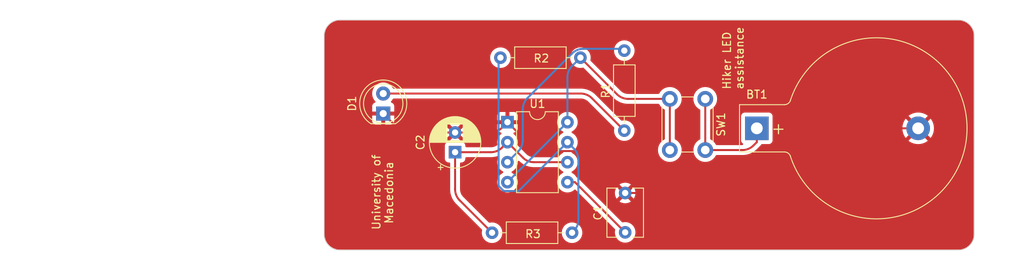
<source format=kicad_pcb>
(kicad_pcb (version 20221018) (generator pcbnew)
  (layers (0 "F.Cu" signal) (31 "B.Cu" signal) (34 "B.Paste" user) (35 "F.Paste" user) (36 "B.SilkS" user "B.Silkscreen") (37 "F.SilkS" user "F.Silkscreen") (38 "B.Mask" user) (39 "F.Mask" user) (44 "Edge.Cuts" user))
  (net 0 "")
  (net 1 "Net-(BT1-+)")
  (net 2 "GND")
  (net 3 "Net-(U1-CV)")
  (net 4 "/THRESHOLD")
  (net 5 "Net-(D1-A)")
  (net 6 "Net-(U1-Q)")
  (net 7 "/DISCHARGE")
  (net 8 "VCC")
  (footprint "Button_Switch_THT:SW_PUSH_6mm_H5mm" (layer "F.Cu") (at 209.687622 87.488454 -90)
    (fp_text reference "SW1" (at 3.25 -2 -270) (layer "F.SilkS"))
    (fp_text value "SW_Push")
    (fp_line (start -0.25 1.5) (end -0.25 3) (stroke (width 0.12)) (layer "F.SilkS"))
    (fp_line (start 1 5.5) (end 5.5 5.5) (stroke (width 0.12)) (layer "F.SilkS"))
    (fp_line (start 5.5 -1) (end 1 -1) (stroke (width 0.12)) (layer "F.SilkS"))
    (fp_line (start 6.75 3) (end 6.75 1.5) (stroke (width 0.12)) (layer "F.SilkS"))
    (pad "1" thru_hole circle (at 0 0) (size 2 2) (drill 1.1) (layers "*.Cu" "*.Mask") (net 1 "Net-(BT1-+)"))
    (pad "1" thru_hole circle (at 6.5 0) (size 2 2) (drill 1.1) (layers "*.Cu" "*.Mask") (net 1 "Net-(BT1-+)"))
    (pad "2" thru_hole circle (at 0 4.5) (size 2 2) (drill 1.1) (layers "*.Cu" "*.Mask") (net 8 "VCC"))
    (pad "2" thru_hole circle (at 6.5 4.5) (size 2 2) (drill 1.1) (layers "*.Cu" "*.Mask") (net 8 "VCC"))
  )
  (footprint "Capacitor_THT:CP_Radial_D6.3mm_P2.50mm" (layer "F.Cu") (at 177.917048 94.259232 90)
    (fp_text reference "C2" (at 1.25 -4.4 90) (layer "F.SilkS"))
    (fp_text value "C_Polarized")
    (fp_line (start -2.250241 -1.839) (end -1.620241 -1.839) (stroke (width 0.12)) (layer "F.SilkS"))
    (fp_line (start -1.935241 -2.154) (end -1.935241 -1.524) (stroke (width 0.12)) (layer "F.SilkS"))
    (fp_line (start 1.25 -3.23) (end 1.25 3.23) (stroke (width 0.12)) (layer "F.SilkS"))
    (fp_line (start 1.29 -3.23) (end 1.29 3.23) (stroke (width 0.12)) (layer "F.SilkS"))
    (fp_line (start 1.33 -3.23) (end 1.33 3.23) (stroke (width 0.12)) (layer "F.SilkS"))
    (fp_line (start 1.37 -3.228) (end 1.37 3.228) (stroke (width 0.12)) (layer "F.SilkS"))
    (fp_line (start 1.41 -3.227) (end 1.41 3.227) (stroke (width 0.12)) (layer "F.SilkS"))
    (fp_line (start 1.45 -3.224) (end 1.45 3.224) (stroke (width 0.12)) (layer "F.SilkS"))
    (fp_line (start 1.49 -3.222) (end 1.49 -1.04) (stroke (width 0.12)) (layer "F.SilkS"))
    (fp_line (start 1.49 1.04) (end 1.49 3.222) (stroke (width 0.12)) (layer "F.SilkS"))
    (fp_line (start 1.53 -3.218) (end 1.53 -1.04) (stroke (width 0.12)) (layer "F.SilkS"))
    (fp_line (start 1.53 1.04) (end 1.53 3.218) (stroke (width 0.12)) (layer "F.SilkS"))
    (fp_line (start 1.57 -3.215) (end 1.57 -1.04) (stroke (width 0.12)) (layer "F.SilkS"))
    (fp_line (start 1.57 1.04) (end 1.57 3.215) (stroke (width 0.12)) (layer "F.SilkS"))
    (fp_line (start 1.61 -3.211) (end 1.61 -1.04) (stroke (width 0.12)) (layer "F.SilkS"))
    (fp_line (start 1.61 1.04) (end 1.61 3.211) (stroke (width 0.12)) (layer "F.SilkS"))
    (fp_line (start 1.65 -3.206) (end 1.65 -1.04) (stroke (width 0.12)) (layer "F.SilkS"))
    (fp_line (start 1.65 1.04) (end 1.65 3.206) (stroke (width 0.12)) (layer "F.SilkS"))
    (fp_line (start 1.69 -3.201) (end 1.69 -1.04) (stroke (width 0.12)) (layer "F.SilkS"))
    (fp_line (start 1.69 1.04) (end 1.69 3.201) (stroke (width 0.12)) (layer "F.SilkS"))
    (fp_line (start 1.73 -3.195) (end 1.73 -1.04) (stroke (width 0.12)) (layer "F.SilkS"))
    (fp_line (start 1.73 1.04) (end 1.73 3.195) (stroke (width 0.12)) (layer "F.SilkS"))
    (fp_line (start 1.77 -3.189) (end 1.77 -1.04) (stroke (width 0.12)) (layer "F.SilkS"))
    (fp_line (start 1.77 1.04) (end 1.77 3.189) (stroke (width 0.12)) (layer "F.SilkS"))
    (fp_line (start 1.81 -3.182) (end 1.81 -1.04) (stroke (width 0.12)) (layer "F.SilkS"))
    (fp_line (start 1.81 1.04) (end 1.81 3.182) (stroke (width 0.12)) (layer "F.SilkS"))
    (fp_line (start 1.85 -3.175) (end 1.85 -1.04) (stroke (width 0.12)) (layer "F.SilkS"))
    (fp_line (start 1.85 1.04) (end 1.85 3.175) (stroke (width 0.12)) (layer "F.SilkS"))
    (fp_line (start 1.89 -3.167) (end 1.89 -1.04) (stroke (width 0.12)) (layer "F.SilkS"))
    (fp_line (start 1.89 1.04) (end 1.89 3.167) (stroke (width 0.12)) (layer "F.SilkS"))
    (fp_line (start 1.93 -3.159) (end 1.93 -1.04) (stroke (width 0.12)) (layer "F.SilkS"))
    (fp_line (start 1.93 1.04) (end 1.93 3.159) (stroke (width 0.12)) (layer "F.SilkS"))
    (fp_line (start 1.971 -3.15) (end 1.971 -1.04) (stroke (width 0.12)) (layer "F.SilkS"))
    (fp_line (start 1.971 1.04) (end 1.971 3.15) (stroke (width 0.12)) (layer "F.SilkS"))
    (fp_line (start 2.011 -3.141) (end 2.011 -1.04) (stroke (width 0.12)) (layer "F.SilkS"))
    (fp_line (start 2.011 1.04) (end 2.011 3.141) (stroke (width 0.12)) (layer "F.SilkS"))
    (fp_line (start 2.051 -3.131) (end 2.051 -1.04) (stroke (width 0.12)) (layer "F.SilkS"))
    (fp_line (start 2.051 1.04) (end 2.051 3.131) (stroke (width 0.12)) (layer "F.SilkS"))
    (fp_line (start 2.091 -3.121) (end 2.091 -1.04) (stroke (width 0.12)) (layer "F.SilkS"))
    (fp_line (start 2.091 1.04) (end 2.091 3.121) (stroke (width 0.12)) (layer "F.SilkS"))
    (fp_line (start 2.131 -3.11) (end 2.131 -1.04) (stroke (width 0.12)) (layer "F.SilkS"))
    (fp_line (start 2.131 1.04) (end 2.131 3.11) (stroke (width 0.12)) (layer "F.SilkS"))
    (fp_line (start 2.171 -3.098) (end 2.171 -1.04) (stroke (width 0.12)) (layer "F.SilkS"))
    (fp_line (start 2.171 1.04) (end 2.171 3.098) (stroke (width 0.12)) (layer "F.SilkS"))
    (fp_line (start 2.211 -3.086) (end 2.211 -1.04) (stroke (width 0.12)) (layer "F.SilkS"))
    (fp_line (start 2.211 1.04) (end 2.211 3.086) (stroke (width 0.12)) (layer "F.SilkS"))
    (fp_line (start 2.251 -3.074) (end 2.251 -1.04) (stroke (width 0.12)) (layer "F.SilkS"))
    (fp_line (start 2.251 1.04) (end 2.251 3.074) (stroke (width 0.12)) (layer "F.SilkS"))
    (fp_line (start 2.291 -3.061) (end 2.291 -1.04) (stroke (width 0.12)) (layer "F.SilkS"))
    (fp_line (start 2.291 1.04) (end 2.291 3.061) (stroke (width 0.12)) (layer "F.SilkS"))
    (fp_line (start 2.331 -3.047) (end 2.331 -1.04) (stroke (width 0.12)) (layer "F.SilkS"))
    (fp_line (start 2.331 1.04) (end 2.331 3.047) (stroke (width 0.12)) (layer "F.SilkS"))
    (fp_line (start 2.371 -3.033) (end 2.371 -1.04) (stroke (width 0.12)) (layer "F.SilkS"))
    (fp_line (start 2.371 1.04) (end 2.371 3.033) (stroke (width 0.12)) (layer "F.SilkS"))
    (fp_line (start 2.411 -3.018) (end 2.411 -1.04) (stroke (width 0.12)) (layer "F.SilkS"))
    (fp_line (start 2.411 1.04) (end 2.411 3.018) (stroke (width 0.12)) (layer "F.SilkS"))
    (fp_line (start 2.451 -3.002) (end 2.451 -1.04) (stroke (width 0.12)) (layer "F.SilkS"))
    (fp_line (start 2.451 1.04) (end 2.451 3.002) (stroke (width 0.12)) (layer "F.SilkS"))
    (fp_line (start 2.491 -2.986) (end 2.491 -1.04) (stroke (width 0.12)) (layer "F.SilkS"))
    (fp_line (start 2.491 1.04) (end 2.491 2.986) (stroke (width 0.12)) (layer "F.SilkS"))
    (fp_line (start 2.531 -2.97) (end 2.531 -1.04) (stroke (width 0.12)) (layer "F.SilkS"))
    (fp_line (start 2.531 1.04) (end 2.531 2.97) (stroke (width 0.12)) (layer "F.SilkS"))
    (fp_line (start 2.571 -2.952) (end 2.571 -1.04) (stroke (width 0.12)) (layer "F.SilkS"))
    (fp_line (start 2.571 1.04) (end 2.571 2.952) (stroke (width 0.12)) (layer "F.SilkS"))
    (fp_line (start 2.611 -2.934) (end 2.611 -1.04) (stroke (width 0.12)) (layer "F.SilkS"))
    (fp_line (start 2.611 1.04) (end 2.611 2.934) (stroke (width 0.12)) (layer "F.SilkS"))
    (fp_line (start 2.651 -2.916) (end 2.651 -1.04) (stroke (width 0.12)) (layer "F.SilkS"))
    (fp_line (start 2.651 1.04) (end 2.651 2.916) (stroke (width 0.12)) (layer "F.SilkS"))
    (fp_line (start 2.691 -2.896) (end 2.691 -1.04) (stroke (width 0.12)) (layer "F.SilkS"))
    (fp_line (start 2.691 1.04) (end 2.691 2.896) (stroke (width 0.12)) (layer "F.SilkS"))
    (fp_line (start 2.731 -2.876) (end 2.731 -1.04) (stroke (width 0.12)) (layer "F.SilkS"))
    (fp_line (start 2.731 1.04) (end 2.731 2.876) (stroke (width 0.12)) (layer "F.SilkS"))
    (fp_line (start 2.771 -2.856) (end 2.771 -1.04) (stroke (width 0.12)) (layer "F.SilkS"))
    (fp_line (start 2.771 1.04) (end 2.771 2.856) (stroke (width 0.12)) (layer "F.SilkS"))
    (fp_line (start 2.811 -2.834) (end 2.811 -1.04) (stroke (width 0.12)) (layer "F.SilkS"))
    (fp_line (start 2.811 1.04) (end 2.811 2.834) (stroke (width 0.12)) (layer "F.SilkS"))
    (fp_line (start 2.851 -2.812) (end 2.851 -1.04) (stroke (width 0.12)) (layer "F.SilkS"))
    (fp_line (start 2.851 1.04) (end 2.851 2.812) (stroke (width 0.12)) (layer "F.SilkS"))
    (fp_line (start 2.891 -2.79) (end 2.891 -1.04) (stroke (width 0.12)) (layer "F.SilkS"))
    (fp_line (start 2.891 1.04) (end 2.891 2.79) (stroke (width 0.12)) (layer "F.SilkS"))
    (fp_line (start 2.931 -2.766) (end 2.931 -1.04) (stroke (width 0.12)) (layer "F.SilkS"))
    (fp_line (start 2.931 1.04) (end 2.931 2.766) (stroke (width 0.12)) (layer "F.SilkS"))
    (fp_line (start 2.971 -2.742) (end 2.971 -1.04) (stroke (width 0.12)) (layer "F.SilkS"))
    (fp_line (start 2.971 1.04) (end 2.971 2.742) (stroke (width 0.12)) (layer "F.SilkS"))
    (fp_line (start 3.011 -2.716) (end 3.011 -1.04) (stroke (width 0.12)) (layer "F.SilkS"))
    (fp_line (start 3.011 1.04) (end 3.011 2.716) (stroke (width 0.12)) (layer "F.SilkS"))
    (fp_line (start 3.051 -2.69) (end 3.051 -1.04) (stroke (width 0.12)) (layer "F.SilkS"))
    (fp_line (start 3.051 1.04) (end 3.051 2.69) (stroke (width 0.12)) (layer "F.SilkS"))
    (fp_line (start 3.091 -2.664) (end 3.091 -1.04) (stroke (width 0.12)) (layer "F.SilkS"))
    (fp_line (start 3.091 1.04) (end 3.091 2.664) (stroke (width 0.12)) (layer "F.SilkS"))
    (fp_line (start 3.131 -2.636) (end 3.131 -1.04) (stroke (width 0.12)) (layer "F.SilkS"))
    (fp_line (start 3.131 1.04) (end 3.131 2.636) (stroke (width 0.12)) (layer "F.SilkS"))
    (fp_line (start 3.171 -2.607) (end 3.171 -1.04) (stroke (width 0.12)) (layer "F.SilkS"))
    (fp_line (start 3.171 1.04) (end 3.171 2.607) (stroke (width 0.12)) (layer "F.SilkS"))
    (fp_line (start 3.211 -2.578) (end 3.211 -1.04) (stroke (width 0.12)) (layer "F.SilkS"))
    (fp_line (start 3.211 1.04) (end 3.211 2.578) (stroke (width 0.12)) (layer "F.SilkS"))
    (fp_line (start 3.251 -2.548) (end 3.251 -1.04) (stroke (width 0.12)) (layer "F.SilkS"))
    (fp_line (start 3.251 1.04) (end 3.251 2.548) (stroke (width 0.12)) (layer "F.SilkS"))
    (fp_line (start 3.291 -2.516) (end 3.291 -1.04) (stroke (width 0.12)) (layer "F.SilkS"))
    (fp_line (start 3.291 1.04) (end 3.291 2.516) (stroke (width 0.12)) (layer "F.SilkS"))
    (fp_line (start 3.331 -2.484) (end 3.331 -1.04) (stroke (width 0.12)) (layer "F.SilkS"))
    (fp_line (start 3.331 1.04) (end 3.331 2.484) (stroke (width 0.12)) (layer "F.SilkS"))
    (fp_line (start 3.371 -2.45) (end 3.371 -1.04) (stroke (width 0.12)) (layer "F.SilkS"))
    (fp_line (start 3.371 1.04) (end 3.371 2.45) (stroke (width 0.12)) (layer "F.SilkS"))
    (fp_line (start 3.411 -2.416) (end 3.411 -1.04) (stroke (width 0.12)) (layer "F.SilkS"))
    (fp_line (start 3.411 1.04) (end 3.411 2.416) (stroke (width 0.12)) (layer "F.SilkS"))
    (fp_line (start 3.451 -2.38) (end 3.451 -1.04) (stroke (width 0.12)) (layer "F.SilkS"))
    (fp_line (start 3.451 1.04) (end 3.451 2.38) (stroke (width 0.12)) (layer "F.SilkS"))
    (fp_line (start 3.491 -2.343) (end 3.491 -1.04) (stroke (width 0.12)) (layer "F.SilkS"))
    (fp_line (start 3.491 1.04) (end 3.491 2.343) (stroke (width 0.12)) (layer "F.SilkS"))
    (fp_line (start 3.531 -2.305) (end 3.531 -1.04) (stroke (width 0.12)) (layer "F.SilkS"))
    (fp_line (start 3.531 1.04) (end 3.531 2.305) (stroke (width 0.12)) (layer "F.SilkS"))
    (fp_line (start 3.571 -2.265) (end 3.571 2.265) (stroke (width 0.12)) (layer "F.SilkS"))
    (fp_line (start 3.611 -2.224) (end 3.611 2.224) (stroke (width 0.12)) (layer "F.SilkS"))
    (fp_line (start 3.651 -2.182) (end 3.651 2.182) (stroke (width 0.12)) (layer "F.SilkS"))
    (fp_line (start 3.691 -2.137) (end 3.691 2.137) (stroke (width 0.12)) (layer "F.SilkS"))
    (fp_line (start 3.731 -2.092) (end 3.731 2.092) (stroke (width 0.12)) (layer "F.SilkS"))
    (fp_line (start 3.771 -2.044) (end 3.771 2.044) (stroke (width 0.12)) (layer "F.SilkS"))
    (fp_line (start 3.811 -1.995) (end 3.811 1.995) (stroke (width 0.12)) (layer "F.SilkS"))
    (fp_line (start 3.851 -1.944) (end 3.851 1.944) (stroke (width 0.12)) (layer "F.SilkS"))
    (fp_line (start 3.891 -1.89) (end 3.891 1.89) (stroke (width 0.12)) (layer "F.SilkS"))
    (fp_line (start 3.931 -1.834) (end 3.931 1.834) (stroke (width 0.12)) (layer "F.SilkS"))
    (fp_line (start 3.971 -1.776) (end 3.971 1.776) (stroke (width 0.12)) (layer "F.SilkS"))
    (fp_line (start 4.011 -1.714) (end 4.011 1.714) (stroke (width 0.12)) (layer "F.SilkS"))
    (fp_line (start 4.051 -1.65) (end 4.051 1.65) (stroke (width 0.12)) (layer "F.SilkS"))
    (fp_line (start 4.091 -1.581) (end 4.091 1.581) (stroke (width 0.12)) (layer "F.SilkS"))
    (fp_line (start 4.131 -1.509) (end 4.131 1.509) (stroke (width 0.12)) (layer "F.SilkS"))
    (fp_line (start 4.171 -1.432) (end 4.171 1.432) (stroke (width 0.12)) (layer "F.SilkS"))
    (fp_line (start 4.211 -1.35) (end 4.211 1.35) (stroke (width 0.12)) (layer "F.SilkS"))
    (fp_line (start 4.251 -1.262) (end 4.251 1.262) (stroke (width 0.12)) (layer "F.SilkS"))
    (fp_line (start 4.291 -1.165) (end 4.291 1.165) (stroke (width 0.12)) (layer "F.SilkS"))
    (fp_line (start 4.331 -1.059) (end 4.331 1.059) (stroke (width 0.12)) (layer "F.SilkS"))
    (fp_line (start 4.371 -0.94) (end 4.371 0.94) (stroke (width 0.12)) (layer "F.SilkS"))
    (fp_line (start 4.411 -0.802) (end 4.411 0.802) (stroke (width 0.12)) (layer "F.SilkS"))
    (fp_line (start 4.451 -0.633) (end 4.451 0.633) (stroke (width 0.12)) (layer "F.SilkS"))
    (fp_line (start 4.491 -0.402) (end 4.491 0.402) (stroke (width 0.12)) (layer "F.SilkS"))
    (fp_circle (center 1.25 0) (end 4.52 0) (stroke (width 0.12)) (fill none) (layer "F.SilkS"))
    (pad "1" thru_hole rect (at 0 0 90) (size 1.6 1.6) (drill 0.8) (layers "*.Cu" "*.Mask") (net 4 "/THRESHOLD"))
    (pad "2" thru_hole circle (at 2.5 0 90) (size 1.6 1.6) (drill 0.8) (layers "*.Cu" "*.Mask") (net 2 "GND"))
  )
  (footprint "Resistor_THT:R_Axial_DIN0207_L6.3mm_D2.5mm_P10.16mm_Horizontal" (layer "F.Cu") (at 199.4081 91.518026 90)
    (fp_text reference "R1" (at 5.08 -2.37 90) (layer "F.SilkS"))
    (fp_text value "R")
    (fp_line (start 1.04 0) (end 1.81 0) (stroke (width 0.12)) (layer "F.SilkS"))
    (fp_line (start 1.81 -1.37) (end 1.81 1.37) (stroke (width 0.12)) (layer "F.SilkS"))
    (fp_line (start 1.81 1.37) (end 8.35 1.37) (stroke (width 0.12)) (layer "F.SilkS"))
    (fp_line (start 8.35 -1.37) (end 1.81 -1.37) (stroke (width 0.12)) (layer "F.SilkS"))
    (fp_line (start 8.35 1.37) (end 8.35 -1.37) (stroke (width 0.12)) (layer "F.SilkS"))
    (fp_line (start 9.12 0) (end 8.35 0) (stroke (width 0.12)) (layer "F.SilkS"))
    (pad "1" thru_hole circle (at 0 0 90) (size 1.6 1.6) (drill 0.8) (layers "*.Cu" "*.Mask") (net 5 "Net-(D1-A)"))
    (pad "2" thru_hole oval (at 10.16 0 90) (size 1.6 1.6) (drill 0.8) (layers "*.Cu" "*.Mask") (net 6 "Net-(U1-Q)"))
  )
  (footprint "Capacitor_THT:C_Disc_D6.0mm_W4.4mm_P5.00mm" (layer "F.Cu") (at 199.517749 104.440111 90)
    (fp_text reference "C1" (at 2.5 -3.45 90) (layer "F.SilkS"))
    (fp_text value "C")
    (fp_line (start -0.62 -2.321) (end -0.62 -0.925) (stroke (width 0.12)) (layer "F.SilkS"))
    (fp_line (start -0.62 -2.321) (end 5.62 -2.321) (stroke (width 0.12)) (layer "F.SilkS"))
    (fp_line (start -0.62 0.925) (end -0.62 2.321) (stroke (width 0.12)) (layer "F.SilkS"))
    (fp_line (start -0.62 2.321) (end 5.62 2.321) (stroke (width 0.12)) (layer "F.SilkS"))
    (fp_line (start 5.62 -2.321) (end 5.62 -0.925) (stroke (width 0.12)) (layer "F.SilkS"))
    (fp_line (start 5.62 0.925) (end 5.62 2.321) (stroke (width 0.12)) (layer "F.SilkS"))
    (pad "1" thru_hole circle (at 0 0 90) (size 1.6 1.6) (drill 0.8) (layers "*.Cu" "*.Mask") (net 3 "Net-(U1-CV)"))
    (pad "2" thru_hole circle (at 5 0 90) (size 1.6 1.6) (drill 0.8) (layers "*.Cu" "*.Mask") (net 2 "GND"))
  )
  (footprint "Resistor_THT:R_Axial_DIN0207_L6.3mm_D2.5mm_P10.16mm_Horizontal" (layer "F.Cu") (at 182.611653 104.486658)
    (fp_text reference "R3" (at 5.195309 0.165445) (layer "F.SilkS"))
    (fp_text value "R")
    (fp_line (start 1.04 0) (end 1.81 0) (stroke (width 0.12)) (layer "F.SilkS"))
    (fp_line (start 1.81 -1.37) (end 1.81 1.37) (stroke (width 0.12)) (layer "F.SilkS"))
    (fp_line (start 1.81 1.37) (end 8.35 1.37) (stroke (width 0.12)) (layer "F.SilkS"))
    (fp_line (start 8.35 -1.37) (end 1.81 -1.37) (stroke (width 0.12)) (layer "F.SilkS"))
    (fp_line (start 8.35 1.37) (end 8.35 -1.37) (stroke (width 0.12)) (layer "F.SilkS"))
    (fp_line (start 9.12 0) (end 8.35 0) (stroke (width 0.12)) (layer "F.SilkS"))
    (pad "1" thru_hole circle (at 0 0) (size 1.6 1.6) (drill 0.8) (layers "*.Cu" "*.Mask") (net 4 "/THRESHOLD"))
    (pad "2" thru_hole oval (at 10.16 0) (size 1.6 1.6) (drill 0.8) (layers "*.Cu" "*.Mask") (net 7 "/DISCHARGE"))
  )
  (footprint "LED_THT:LED_D5.0mm_Clear" (layer "F.Cu") (at 168.788833 89.352474 90)
    (fp_text reference "D1" (at 1.27 -3.96 90) (layer "F.SilkS"))
    (fp_text value "LED")
    (fp_line (start -1.29 -1.545) (end -1.29 1.545) (stroke (width 0.12)) (layer "F.SilkS"))
    (fp_arc (start -1.29 -1.54483) (mid 2.072002 -2.880433) (end 4.26 0.000462) (stroke (width 0.12)) (layer "F.SilkS"))
    (fp_arc (start 4.26 -0.000462) (mid 2.072002 2.880433) (end -1.29 1.54483) (stroke (width 0.12)) (layer "F.SilkS"))
    (fp_circle (center 1.27 0) (end 3.77 0) (stroke (width 0.12)) (fill none) (layer "F.SilkS"))
    (pad "1" thru_hole rect (at 0 0 90) (size 1.8 1.8) (drill 0.9) (layers "*.Cu" "*.Mask") (net 2 "GND"))
    (pad "2" thru_hole circle (at 2.54 0 90) (size 1.8 1.8) (drill 0.9) (layers "*.Cu" "*.Mask") (net 5 "Net-(D1-A)"))
  )
  (footprint "Resistor_THT:R_Axial_DIN0207_L6.3mm_D2.5mm_P10.16mm_Horizontal" (layer "F.Cu") (at 183.67358 82.252751)
    (fp_text reference "R2" (at 5.197608 0.094951) (layer "F.SilkS"))
    (fp_text value "R")
    (fp_line (start 1.04 0) (end 1.81 0) (stroke (width 0.12)) (layer "F.SilkS"))
    (fp_line (start 1.81 -1.37) (end 1.81 1.37) (stroke (width 0.12)) (layer "F.SilkS"))
    (fp_line (start 1.81 1.37) (end 8.35 1.37) (stroke (width 0.12)) (layer "F.SilkS"))
    (fp_line (start 8.35 -1.37) (end 1.81 -1.37) (stroke (width 0.12)) (layer "F.SilkS"))
    (fp_line (start 8.35 1.37) (end 8.35 -1.37) (stroke (width 0.12)) (layer "F.SilkS"))
    (fp_line (start 9.12 0) (end 8.35 0) (stroke (width 0.12)) (layer "F.SilkS"))
    (pad "1" thru_hole circle (at 0 0) (size 1.6 1.6) (drill 0.8) (layers "*.Cu" "*.Mask") (net 7 "/DISCHARGE"))
    (pad "2" thru_hole oval (at 10.16 0) (size 1.6 1.6) (drill 0.8) (layers "*.Cu" "*.Mask") (net 8 "VCC"))
  )
  (footprint "Package_DIP:DIP-8_W7.62mm" (layer "F.Cu") (at 184.565023 90.448404)
    (fp_text reference "U1" (at 3.81 -2.33) (layer "F.SilkS"))
    (fp_text value "NA555P")
    (fp_line (start 1.16 -1.33) (end 1.16 8.95) (stroke (width 0.12)) (layer "F.SilkS"))
    (fp_line (start 1.16 8.95) (end 6.46 8.95) (stroke (width 0.12)) (layer "F.SilkS"))
    (fp_line (start 2.81 -1.33) (end 1.16 -1.33) (stroke (width 0.12)) (layer "F.SilkS"))
    (fp_line (start 6.46 -1.33) (end 4.81 -1.33) (stroke (width 0.12)) (layer "F.SilkS"))
    (fp_line (start 6.46 8.95) (end 6.46 -1.33) (stroke (width 0.12)) (layer "F.SilkS"))
    (fp_arc (start 4.81 -1.33) (mid 3.81 -0.33) (end 2.81 -1.33) (stroke (width 0.12)) (layer "F.SilkS"))
    (pad "1" thru_hole rect (at 0 0) (size 1.6 1.6) (drill 0.8) (layers "*.Cu" "*.Mask") (net 2 "GND"))
    (pad "2" thru_hole oval (at 0 2.54) (size 1.6 1.6) (drill 0.8) (layers "*.Cu" "*.Mask") (net 4 "/THRESHOLD"))
    (pad "3" thru_hole oval (at 0 5.08) (size 1.6 1.6) (drill 0.8) (layers "*.Cu" "*.Mask") (net 6 "Net-(U1-Q)"))
    (pad "4" thru_hole oval (at 0 7.62) (size 1.6 1.6) (drill 0.8) (layers "*.Cu" "*.Mask") (net 8 "VCC"))
    (pad "5" thru_hole oval (at 7.62 7.62) (size 1.6 1.6) (drill 0.8) (layers "*.Cu" "*.Mask") (net 3 "Net-(U1-CV)"))
    (pad "6" thru_hole oval (at 7.62 5.08) (size 1.6 1.6) (drill 0.8) (layers "*.Cu" "*.Mask") (net 4 "/THRESHOLD"))
    (pad "7" thru_hole oval (at 7.62 2.54) (size 1.6 1.6) (drill 0.8) (layers "*.Cu" "*.Mask") (net 7 "/DISCHARGE"))
    (pad "8" thru_hole oval (at 7.62 0) (size 1.6 1.6) (drill 0.8) (layers "*.Cu" "*.Mask") (net 8 "VCC"))
  )
  (footprint "Battery:BatteryHolder_Keystone_103_1x20mm" (layer "F.Cu") (at 216.236537 91.226076)
    (fp_text reference "BT1" (at 0 -4.3) (layer "F.SilkS"))
    (fp_text value "Battery_Cell")
    (fp_text user "+" (at 2.75 0) (layer "F.SilkS") (effects (font (size 1.5 1.5))))
    (fp_line (start -2.2 -3) (end 3.5 -3) (stroke (width 0.12)) (layer "F.SilkS"))
    (fp_line (start -2.2 3) (end -2.2 -3) (stroke (width 0.12)) (layer "F.SilkS"))
    (fp_line (start -2.2 3) (end 3.5 3) (stroke (width 0.12)) (layer "F.SilkS"))
    (fp_arc (start 3.5 3) (mid 3.950694 3.136459) (end 4.25 3.5) (stroke (width 0.12)) (layer "F.SilkS"))
    (fp_arc (start 4.25 -3.5) (mid 3.950694 -3.136459) (end 3.5 -3) (stroke (width 0.12)) (layer "F.SilkS"))
    (fp_arc (start 4.25 -3.5) (mid 16.971103 -11.358466) (end 26.695671 0) (stroke (width 0.12)) (layer "F.SilkS"))
    (fp_arc (start 26.695671 0) (mid 16.971103 11.358466) (end 4.25 3.5) (stroke (width 0.12)) (layer "F.SilkS"))
    (pad "1" thru_hole rect (at 0 0) (size 3 3) (drill 1.5) (layers "*.Cu" "*.Mask") (net 1 "Net-(BT1-+)"))
    (pad "2" thru_hole circle (at 20.49 0) (size 3 3) (drill 1.5) (layers "*.Cu" "*.Mask") (net 2 "GND"))
  )
  (gr_arc (start 241.84 77.47) (mid 243.254214 78.055786) (end 243.84 79.47) (stroke (width 0.1)) (layer "Edge.Cuts"))
  (gr_arc (start 161.29 79.47) (mid 161.875786 78.055786) (end 163.29 77.47) (stroke (width 0.1)) (layer "Edge.Cuts"))
  (gr_arc (start 163.29 106.68) (mid 161.875786 106.094214) (end 161.29 104.68) (stroke (width 0.1)) (layer "Edge.Cuts"))
  (gr_line (start 161.29 104.68) (end 161.29 79.47) (stroke (width 0.1)) (layer "Edge.Cuts"))
  (gr_arc (start 243.84 104.68) (mid 243.254214 106.094214) (end 241.84 106.68) (stroke (width 0.1)) (layer "Edge.Cuts"))
  (gr_line (start 243.84 79.47) (end 243.84 104.68) (stroke (width 0.1)) (layer "Edge.Cuts"))
  (gr_line (start 163.29 77.47) (end 241.84 77.47) (stroke (width 0.1)) (layer "Edge.Cuts"))
  (gr_line (start 241.84 106.68) (end 163.29 106.68) (stroke (width 0.1)) (layer "Edge.Cuts"))
  (gr_text "Hiker LED\nassistance" (at 214.63 86.36 90) (layer "F.SilkS") (effects (font (size 1 1)) (justify left bottom)))
  (gr_text "University of \n Macedonia" (at 170.11524 104.194738 90) (layer "F.SilkS") (effects (font (size 1 1)) (justify left bottom)))
  (segment (start 214.401306 93.988454) (end 209.687622 93.988454) (width 0.25) (layer "F.Cu") (net 1))
  (segment (start 216.236537 91.226076) (end 216.236537 92.98165) (width 0.25) (layer "F.Cu") (net 1))
  (segment (start 216.236537 92.98165) (end 215.815519 93.402668) (width 0.25) (layer "F.Cu") (net 1))
  (segment (start 209.687622 93.988454) (end 209.687622 87.488454) (width 0.25) (layer "F.Cu") (net 1))
  (arc (start 214.401306 93.988454) (mid 215.166673 93.836213) (end 215.815519 93.402668) (width 0.25) (layer "F.Cu") (net 1))
  (segment (start 184.565023 90.448404) (end 187.644237 93.527618) (width 0.25) (layer "F.Cu") (net 2))
  (segment (start 183.839982 91.173445) (end 184.565023 90.448404) (width 0.25) (layer "F.Cu") (net 2))
  (segment (start 226.663381 91.811863) (end 219.620919 98.854325) (width 0.25) (layer "F.Cu") (net 2))
  (segment (start 189.05845 94.113404) (end 193.362615 94.113404) (width 0.25) (layer "F.Cu") (net 2))
  (segment (start 218.206706 99.440111) (end 199.517749 99.440111) (width 0.25) (layer "F.Cu") (net 2))
  (segment (start 177.917048 91.759232) (end 172.024018 91.759232) (width 0.25) (layer "F.Cu") (net 2))
  (segment (start 177.917048 91.759232) (end 182.425768 91.759232) (width 0.25) (layer "F.Cu") (net 2))
  (segment (start 194.776829 94.699191) (end 199.517749 99.440111) (width 0.25) (layer "F.Cu") (net 2))
  (segment (start 170.609804 91.173445) (end 168.788833 89.352474) (width 0.25) (layer "F.Cu") (net 2))
  (segment (start 236.726537 91.226076) (end 228.077595 91.226076) (width 0.25) (layer "F.Cu") (net 2))
  (arc (start 172.024018 91.759232) (mid 171.258651 91.606991) (end 170.609804 91.173445) (width 0.25) (layer "F.Cu") (net 2))
  (arc (start 193.362615 94.113404) (mid 194.127982 94.265645) (end 194.776829 94.699191) (width 0.25) (layer "F.Cu") (net 2))
  (arc (start 218.206706 99.440111) (mid 218.972073 99.28787) (end 219.620919 98.854325) (width 0.25) (layer "F.Cu") (net 2))
  (arc (start 189.05845 94.113404) (mid 188.293083 93.961163) (end 187.644237 93.527618) (width 0.25) (layer "F.Cu") (net 2))
  (arc (start 182.425768 91.759232) (mid 183.191135 91.606991) (end 183.839982 91.173445) (width 0.25) (layer "F.Cu") (net 2))
  (arc (start 226.663381 91.811863) (mid 227.312228 91.378317) (end 228.077595 91.226076) (width 0.25) (layer "F.Cu") (net 2))
  (segment (start 199.517749 104.440111) (end 193.146042 98.068404) (width 0.25) (layer "F.Cu") (net 3))
  (segment (start 193.146042 98.068404) (end 192.185023 98.068404) (width 0.25) (layer "F.Cu") (net 3))
  (segment (start 177.917048 98.963626) (end 177.917048 94.259232) (width 0.25) (layer "F.Cu") (net 4))
  (segment (start 184.565023 92.988404) (end 186.519237 94.942618) (width 0.25) (layer "F.Cu") (net 4))
  (segment (start 187.93345 95.528404) (end 192.185023 95.528404) (width 0.25) (layer "F.Cu") (net 4))
  (segment (start 177.917048 94.259232) (end 182.465768 94.259232) (width 0.25) (layer "F.Cu") (net 4))
  (segment (start 183.879982 93.673445) (end 184.565023 92.988404) (width 0.25) (layer "F.Cu") (net 4))
  (segment (start 182.611653 104.486658) (end 178.502834 100.377839) (width 0.25) (layer "F.Cu") (net 4))
  (arc (start 187.93345 95.528404) (mid 187.168083 95.376163) (end 186.519237 94.942618) (width 0.25) (layer "F.Cu") (net 4))
  (arc (start 183.879982 93.673445) (mid 183.231135 94.106991) (end 182.465768 94.259232) (width 0.25) (layer "F.Cu") (net 4))
  (arc (start 178.502834 100.377839) (mid 178.069289 99.728993) (end 177.917048 98.963626) (width 0.25) (layer "F.Cu") (net 4))
  (segment (start 193.874121 86.812474) (end 168.788833 86.812474) (width 0.25) (layer "F.Cu") (net 5))
  (segment (start 199.4081 91.518026) (end 195.288334 87.39826) (width 0.25) (layer "F.Cu") (net 5))
  (arc (start 195.288334 87.39826) (mid 194.639488 86.964715) (end 193.874121 86.812474) (width 0.25) (layer "F.Cu") (net 5))
  (segment (start 199.177825 81.127751) (end 199.4081 81.358026) (width 0.25) (layer "B.Cu") (net 6))
  (segment (start 194.196016 81.127751) (end 199.177825 81.127751) (width 0.25) (layer "B.Cu") (net 6))
  (segment (start 184.565023 95.528404) (end 185.924402 94.169025) (width 0.25) (layer "B.Cu") (net 6))
  (segment (start 186.510188 92.754812) (end 186.510188 88.813579) (width 0.25) (layer "B.Cu") (net 6))
  (segment (start 187.095975 87.399365) (end 192.781803 81.713537) (width 0.25) (layer "B.Cu") (net 6))
  (arc (start 192.781803 81.713537) (mid 193.430649 81.279992) (end 194.196016 81.127751) (width 0.25) (layer "B.Cu") (net 6))
  (arc (start 186.510188 88.813579) (mid 186.662429 88.048212) (end 187.095975 87.399365) (width 0.25) (layer "B.Cu") (net 6))
  (arc (start 185.924402 94.169025) (mid 186.357947 93.520179) (end 186.510188 92.754812) (width 0.25) (layer "B.Cu") (net 6))
  (segment (start 183.440023 98.534395) (end 183.440023 82.486308) (width 0.25) (layer "B.Cu") (net 7))
  (segment (start 192.985865 93.789246) (end 192.185023 92.988404) (width 0.25) (layer "B.Cu") (net 7))
  (segment (start 184.099032 99.193404) (end 183.440023 98.534395) (width 0.25) (layer "B.Cu") (net 7))
  (segment (start 192.185023 92.988404) (end 185.980023 99.193404) (width 0.25) (layer "B.Cu") (net 7))
  (segment (start 183.440023 82.486308) (end 183.67358 82.252751) (width 0.25) (layer "B.Cu") (net 7))
  (segment (start 193.571652 102.858232) (end 193.571652 95.20346) (width 0.25) (layer "B.Cu") (net 7))
  (segment (start 185.980023 99.193404) (end 184.099032 99.193404) (width 0.25) (layer "B.Cu") (net 7))
  (segment (start 192.771653 104.486658) (end 192.985866 104.272445) (width 0.25) (layer "B.Cu") (net 7))
  (arc (start 193.571652 102.858232) (mid 193.419411 103.623599) (end 192.985866 104.272445) (width 0.25) (layer "B.Cu") (net 7))
  (arc (start 192.985865 93.789246) (mid 193.419411 94.438093) (end 193.571652 95.20346) (width 0.25) (layer "B.Cu") (net 7))
  (segment (start 205.187622 87.488454) (end 205.187622 93.988454) (width 0.25) (layer "F.Cu") (net 8))
  (segment (start 198.483496 86.902667) (end 193.83358 82.252751) (width 0.25) (layer "F.Cu") (net 8))
  (segment (start 205.187622 87.488454) (end 199.89771 87.488454) (width 0.25) (layer "F.Cu") (net 8))
  (arc (start 198.483496 86.902667) (mid 199.132343 87.336213) (end 199.89771 87.488454) (width 0.25) (layer "F.Cu") (net 8))
  (segment (start 192.185023 90.448404) (end 192.185023 84.729735) (width 0.25) (layer "B.Cu") (net 8))
  (segment (start 192.77081 83.315521) (end 193.83358 82.252751) (width 0.25) (layer "B.Cu") (net 8))
  (segment (start 184.565023 98.068404) (end 192.185023 90.448404) (width 0.25) (layer "B.Cu") (net 8))
  (arc (start 192.77081 83.315521) (mid 192.337264 83.964368) (end 192.185023 84.729735) (width 0.25) (layer "B.Cu") (net 8))
  (zone (net 2) (net_name "GND") (layer "F.Cu") (connect_pads (clearance 0.5)) (min_thickness 0.25) (fill yes (thermal_gap 0.5) (thermal_bridge_width 0.5))
    (polygon (pts (xy 160.02 110.49) (xy 250.19 110.49) (xy 248.92 74.93) (xy 160.02 74.93)))
  )
)
</source>
